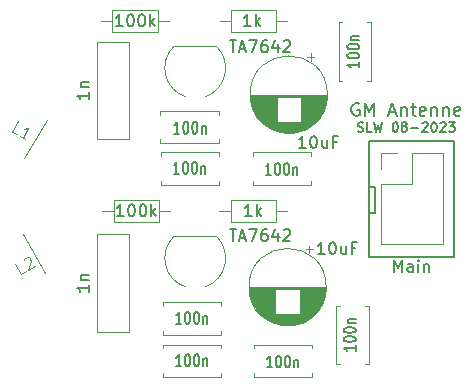
<source format=gbr>
%TF.GenerationSoftware,KiCad,Pcbnew,8.0.1*%
%TF.CreationDate,2024-03-20T08:47:04+01:00*%
%TF.ProjectId,GewitterMonitorAntenne,47657769-7474-4657-924d-6f6e69746f72,rev?*%
%TF.SameCoordinates,Original*%
%TF.FileFunction,Legend,Top*%
%TF.FilePolarity,Positive*%
%FSLAX46Y46*%
G04 Gerber Fmt 4.6, Leading zero omitted, Abs format (unit mm)*
G04 Created by KiCad (PCBNEW 8.0.1) date 2024-03-20 08:47:04*
%MOMM*%
%LPD*%
G01*
G04 APERTURE LIST*
%ADD10C,0.150000*%
%ADD11C,0.100000*%
%ADD12C,0.120000*%
G04 APERTURE END LIST*
D10*
X169800000Y-74900000D02*
X177000000Y-74900000D01*
X177000000Y-84700000D01*
X169800000Y-84700000D01*
X169800000Y-74900000D01*
X169800000Y-78800000D02*
X170300000Y-78800000D01*
X170300000Y-81000000D01*
X169800000Y-81000000D01*
X169800000Y-78800000D01*
X168851064Y-74056200D02*
X168965350Y-74094295D01*
X168965350Y-74094295D02*
X169155826Y-74094295D01*
X169155826Y-74094295D02*
X169232017Y-74056200D01*
X169232017Y-74056200D02*
X169270112Y-74018104D01*
X169270112Y-74018104D02*
X169308207Y-73941914D01*
X169308207Y-73941914D02*
X169308207Y-73865723D01*
X169308207Y-73865723D02*
X169270112Y-73789533D01*
X169270112Y-73789533D02*
X169232017Y-73751438D01*
X169232017Y-73751438D02*
X169155826Y-73713342D01*
X169155826Y-73713342D02*
X169003445Y-73675247D01*
X169003445Y-73675247D02*
X168927255Y-73637152D01*
X168927255Y-73637152D02*
X168889160Y-73599057D01*
X168889160Y-73599057D02*
X168851064Y-73522866D01*
X168851064Y-73522866D02*
X168851064Y-73446676D01*
X168851064Y-73446676D02*
X168889160Y-73370485D01*
X168889160Y-73370485D02*
X168927255Y-73332390D01*
X168927255Y-73332390D02*
X169003445Y-73294295D01*
X169003445Y-73294295D02*
X169193922Y-73294295D01*
X169193922Y-73294295D02*
X169308207Y-73332390D01*
X170032017Y-74094295D02*
X169651065Y-74094295D01*
X169651065Y-74094295D02*
X169651065Y-73294295D01*
X170222493Y-73294295D02*
X170412969Y-74094295D01*
X170412969Y-74094295D02*
X170565350Y-73522866D01*
X170565350Y-73522866D02*
X170717731Y-74094295D01*
X170717731Y-74094295D02*
X170908208Y-73294295D01*
X171974875Y-73294295D02*
X172051065Y-73294295D01*
X172051065Y-73294295D02*
X172127256Y-73332390D01*
X172127256Y-73332390D02*
X172165351Y-73370485D01*
X172165351Y-73370485D02*
X172203446Y-73446676D01*
X172203446Y-73446676D02*
X172241541Y-73599057D01*
X172241541Y-73599057D02*
X172241541Y-73789533D01*
X172241541Y-73789533D02*
X172203446Y-73941914D01*
X172203446Y-73941914D02*
X172165351Y-74018104D01*
X172165351Y-74018104D02*
X172127256Y-74056200D01*
X172127256Y-74056200D02*
X172051065Y-74094295D01*
X172051065Y-74094295D02*
X171974875Y-74094295D01*
X171974875Y-74094295D02*
X171898684Y-74056200D01*
X171898684Y-74056200D02*
X171860589Y-74018104D01*
X171860589Y-74018104D02*
X171822494Y-73941914D01*
X171822494Y-73941914D02*
X171784398Y-73789533D01*
X171784398Y-73789533D02*
X171784398Y-73599057D01*
X171784398Y-73599057D02*
X171822494Y-73446676D01*
X171822494Y-73446676D02*
X171860589Y-73370485D01*
X171860589Y-73370485D02*
X171898684Y-73332390D01*
X171898684Y-73332390D02*
X171974875Y-73294295D01*
X172698684Y-73637152D02*
X172622494Y-73599057D01*
X172622494Y-73599057D02*
X172584399Y-73560961D01*
X172584399Y-73560961D02*
X172546303Y-73484771D01*
X172546303Y-73484771D02*
X172546303Y-73446676D01*
X172546303Y-73446676D02*
X172584399Y-73370485D01*
X172584399Y-73370485D02*
X172622494Y-73332390D01*
X172622494Y-73332390D02*
X172698684Y-73294295D01*
X172698684Y-73294295D02*
X172851065Y-73294295D01*
X172851065Y-73294295D02*
X172927256Y-73332390D01*
X172927256Y-73332390D02*
X172965351Y-73370485D01*
X172965351Y-73370485D02*
X173003446Y-73446676D01*
X173003446Y-73446676D02*
X173003446Y-73484771D01*
X173003446Y-73484771D02*
X172965351Y-73560961D01*
X172965351Y-73560961D02*
X172927256Y-73599057D01*
X172927256Y-73599057D02*
X172851065Y-73637152D01*
X172851065Y-73637152D02*
X172698684Y-73637152D01*
X172698684Y-73637152D02*
X172622494Y-73675247D01*
X172622494Y-73675247D02*
X172584399Y-73713342D01*
X172584399Y-73713342D02*
X172546303Y-73789533D01*
X172546303Y-73789533D02*
X172546303Y-73941914D01*
X172546303Y-73941914D02*
X172584399Y-74018104D01*
X172584399Y-74018104D02*
X172622494Y-74056200D01*
X172622494Y-74056200D02*
X172698684Y-74094295D01*
X172698684Y-74094295D02*
X172851065Y-74094295D01*
X172851065Y-74094295D02*
X172927256Y-74056200D01*
X172927256Y-74056200D02*
X172965351Y-74018104D01*
X172965351Y-74018104D02*
X173003446Y-73941914D01*
X173003446Y-73941914D02*
X173003446Y-73789533D01*
X173003446Y-73789533D02*
X172965351Y-73713342D01*
X172965351Y-73713342D02*
X172927256Y-73675247D01*
X172927256Y-73675247D02*
X172851065Y-73637152D01*
X173346304Y-73789533D02*
X173955828Y-73789533D01*
X174298684Y-73370485D02*
X174336780Y-73332390D01*
X174336780Y-73332390D02*
X174412970Y-73294295D01*
X174412970Y-73294295D02*
X174603446Y-73294295D01*
X174603446Y-73294295D02*
X174679637Y-73332390D01*
X174679637Y-73332390D02*
X174717732Y-73370485D01*
X174717732Y-73370485D02*
X174755827Y-73446676D01*
X174755827Y-73446676D02*
X174755827Y-73522866D01*
X174755827Y-73522866D02*
X174717732Y-73637152D01*
X174717732Y-73637152D02*
X174260589Y-74094295D01*
X174260589Y-74094295D02*
X174755827Y-74094295D01*
X175251066Y-73294295D02*
X175327256Y-73294295D01*
X175327256Y-73294295D02*
X175403447Y-73332390D01*
X175403447Y-73332390D02*
X175441542Y-73370485D01*
X175441542Y-73370485D02*
X175479637Y-73446676D01*
X175479637Y-73446676D02*
X175517732Y-73599057D01*
X175517732Y-73599057D02*
X175517732Y-73789533D01*
X175517732Y-73789533D02*
X175479637Y-73941914D01*
X175479637Y-73941914D02*
X175441542Y-74018104D01*
X175441542Y-74018104D02*
X175403447Y-74056200D01*
X175403447Y-74056200D02*
X175327256Y-74094295D01*
X175327256Y-74094295D02*
X175251066Y-74094295D01*
X175251066Y-74094295D02*
X175174875Y-74056200D01*
X175174875Y-74056200D02*
X175136780Y-74018104D01*
X175136780Y-74018104D02*
X175098685Y-73941914D01*
X175098685Y-73941914D02*
X175060589Y-73789533D01*
X175060589Y-73789533D02*
X175060589Y-73599057D01*
X175060589Y-73599057D02*
X175098685Y-73446676D01*
X175098685Y-73446676D02*
X175136780Y-73370485D01*
X175136780Y-73370485D02*
X175174875Y-73332390D01*
X175174875Y-73332390D02*
X175251066Y-73294295D01*
X175822494Y-73370485D02*
X175860590Y-73332390D01*
X175860590Y-73332390D02*
X175936780Y-73294295D01*
X175936780Y-73294295D02*
X176127256Y-73294295D01*
X176127256Y-73294295D02*
X176203447Y-73332390D01*
X176203447Y-73332390D02*
X176241542Y-73370485D01*
X176241542Y-73370485D02*
X176279637Y-73446676D01*
X176279637Y-73446676D02*
X176279637Y-73522866D01*
X176279637Y-73522866D02*
X176241542Y-73637152D01*
X176241542Y-73637152D02*
X175784399Y-74094295D01*
X175784399Y-74094295D02*
X176279637Y-74094295D01*
X176546304Y-73294295D02*
X177041542Y-73294295D01*
X177041542Y-73294295D02*
X176774876Y-73599057D01*
X176774876Y-73599057D02*
X176889161Y-73599057D01*
X176889161Y-73599057D02*
X176965352Y-73637152D01*
X176965352Y-73637152D02*
X177003447Y-73675247D01*
X177003447Y-73675247D02*
X177041542Y-73751438D01*
X177041542Y-73751438D02*
X177041542Y-73941914D01*
X177041542Y-73941914D02*
X177003447Y-74018104D01*
X177003447Y-74018104D02*
X176965352Y-74056200D01*
X176965352Y-74056200D02*
X176889161Y-74094295D01*
X176889161Y-74094295D02*
X176660590Y-74094295D01*
X176660590Y-74094295D02*
X176584399Y-74056200D01*
X176584399Y-74056200D02*
X176546304Y-74018104D01*
X168936779Y-71709961D02*
X168832017Y-71657580D01*
X168832017Y-71657580D02*
X168674874Y-71657580D01*
X168674874Y-71657580D02*
X168517731Y-71709961D01*
X168517731Y-71709961D02*
X168412969Y-71814723D01*
X168412969Y-71814723D02*
X168360588Y-71919485D01*
X168360588Y-71919485D02*
X168308207Y-72129009D01*
X168308207Y-72129009D02*
X168308207Y-72286152D01*
X168308207Y-72286152D02*
X168360588Y-72495676D01*
X168360588Y-72495676D02*
X168412969Y-72600438D01*
X168412969Y-72600438D02*
X168517731Y-72705200D01*
X168517731Y-72705200D02*
X168674874Y-72757580D01*
X168674874Y-72757580D02*
X168779636Y-72757580D01*
X168779636Y-72757580D02*
X168936779Y-72705200D01*
X168936779Y-72705200D02*
X168989160Y-72652819D01*
X168989160Y-72652819D02*
X168989160Y-72286152D01*
X168989160Y-72286152D02*
X168779636Y-72286152D01*
X169460588Y-72757580D02*
X169460588Y-71657580D01*
X169460588Y-71657580D02*
X169827255Y-72443295D01*
X169827255Y-72443295D02*
X170193922Y-71657580D01*
X170193922Y-71657580D02*
X170193922Y-72757580D01*
X171503445Y-72443295D02*
X172027255Y-72443295D01*
X171398683Y-72757580D02*
X171765350Y-71657580D01*
X171765350Y-71657580D02*
X172132017Y-72757580D01*
X172498683Y-72024247D02*
X172498683Y-72757580D01*
X172498683Y-72129009D02*
X172551064Y-72076628D01*
X172551064Y-72076628D02*
X172655826Y-72024247D01*
X172655826Y-72024247D02*
X172812969Y-72024247D01*
X172812969Y-72024247D02*
X172917731Y-72076628D01*
X172917731Y-72076628D02*
X172970112Y-72181390D01*
X172970112Y-72181390D02*
X172970112Y-72757580D01*
X173336778Y-72024247D02*
X173755826Y-72024247D01*
X173493921Y-71657580D02*
X173493921Y-72600438D01*
X173493921Y-72600438D02*
X173546302Y-72705200D01*
X173546302Y-72705200D02*
X173651064Y-72757580D01*
X173651064Y-72757580D02*
X173755826Y-72757580D01*
X174541540Y-72705200D02*
X174436778Y-72757580D01*
X174436778Y-72757580D02*
X174227254Y-72757580D01*
X174227254Y-72757580D02*
X174122492Y-72705200D01*
X174122492Y-72705200D02*
X174070111Y-72600438D01*
X174070111Y-72600438D02*
X174070111Y-72181390D01*
X174070111Y-72181390D02*
X174122492Y-72076628D01*
X174122492Y-72076628D02*
X174227254Y-72024247D01*
X174227254Y-72024247D02*
X174436778Y-72024247D01*
X174436778Y-72024247D02*
X174541540Y-72076628D01*
X174541540Y-72076628D02*
X174593921Y-72181390D01*
X174593921Y-72181390D02*
X174593921Y-72286152D01*
X174593921Y-72286152D02*
X174070111Y-72390914D01*
X175065349Y-72024247D02*
X175065349Y-72757580D01*
X175065349Y-72129009D02*
X175117730Y-72076628D01*
X175117730Y-72076628D02*
X175222492Y-72024247D01*
X175222492Y-72024247D02*
X175379635Y-72024247D01*
X175379635Y-72024247D02*
X175484397Y-72076628D01*
X175484397Y-72076628D02*
X175536778Y-72181390D01*
X175536778Y-72181390D02*
X175536778Y-72757580D01*
X176060587Y-72024247D02*
X176060587Y-72757580D01*
X176060587Y-72129009D02*
X176112968Y-72076628D01*
X176112968Y-72076628D02*
X176217730Y-72024247D01*
X176217730Y-72024247D02*
X176374873Y-72024247D01*
X176374873Y-72024247D02*
X176479635Y-72076628D01*
X176479635Y-72076628D02*
X176532016Y-72181390D01*
X176532016Y-72181390D02*
X176532016Y-72757580D01*
X177474873Y-72705200D02*
X177370111Y-72757580D01*
X177370111Y-72757580D02*
X177160587Y-72757580D01*
X177160587Y-72757580D02*
X177055825Y-72705200D01*
X177055825Y-72705200D02*
X177003444Y-72600438D01*
X177003444Y-72600438D02*
X177003444Y-72181390D01*
X177003444Y-72181390D02*
X177055825Y-72076628D01*
X177055825Y-72076628D02*
X177160587Y-72024247D01*
X177160587Y-72024247D02*
X177370111Y-72024247D01*
X177370111Y-72024247D02*
X177474873Y-72076628D01*
X177474873Y-72076628D02*
X177527254Y-72181390D01*
X177527254Y-72181390D02*
X177527254Y-72286152D01*
X177527254Y-72286152D02*
X177003444Y-72390914D01*
X146054819Y-87066666D02*
X146054819Y-87638094D01*
X146054819Y-87352380D02*
X145054819Y-87352380D01*
X145054819Y-87352380D02*
X145197676Y-87447618D01*
X145197676Y-87447618D02*
X145292914Y-87542856D01*
X145292914Y-87542856D02*
X145340533Y-87638094D01*
X145388152Y-86638094D02*
X146054819Y-86638094D01*
X145483390Y-86638094D02*
X145435771Y-86590475D01*
X145435771Y-86590475D02*
X145388152Y-86495237D01*
X145388152Y-86495237D02*
X145388152Y-86352380D01*
X145388152Y-86352380D02*
X145435771Y-86257142D01*
X145435771Y-86257142D02*
X145531009Y-86209523D01*
X145531009Y-86209523D02*
X146054819Y-86209523D01*
X146054819Y-70766666D02*
X146054819Y-71338094D01*
X146054819Y-71052380D02*
X145054819Y-71052380D01*
X145054819Y-71052380D02*
X145197676Y-71147618D01*
X145197676Y-71147618D02*
X145292914Y-71242856D01*
X145292914Y-71242856D02*
X145340533Y-71338094D01*
X145388152Y-70338094D02*
X146054819Y-70338094D01*
X145483390Y-70338094D02*
X145435771Y-70290475D01*
X145435771Y-70290475D02*
X145388152Y-70195237D01*
X145388152Y-70195237D02*
X145388152Y-70052380D01*
X145388152Y-70052380D02*
X145435771Y-69957142D01*
X145435771Y-69957142D02*
X145531009Y-69909523D01*
X145531009Y-69909523D02*
X146054819Y-69909523D01*
X159870952Y-81254819D02*
X159299524Y-81254819D01*
X159585238Y-81254819D02*
X159585238Y-80254819D01*
X159585238Y-80254819D02*
X159490000Y-80397676D01*
X159490000Y-80397676D02*
X159394762Y-80492914D01*
X159394762Y-80492914D02*
X159299524Y-80540533D01*
X160299524Y-81254819D02*
X160299524Y-80254819D01*
X160394762Y-80873866D02*
X160680476Y-81254819D01*
X160680476Y-80588152D02*
X160299524Y-80969104D01*
X164428571Y-75454819D02*
X163857143Y-75454819D01*
X164142857Y-75454819D02*
X164142857Y-74454819D01*
X164142857Y-74454819D02*
X164047619Y-74597676D01*
X164047619Y-74597676D02*
X163952381Y-74692914D01*
X163952381Y-74692914D02*
X163857143Y-74740533D01*
X165047619Y-74454819D02*
X165142857Y-74454819D01*
X165142857Y-74454819D02*
X165238095Y-74502438D01*
X165238095Y-74502438D02*
X165285714Y-74550057D01*
X165285714Y-74550057D02*
X165333333Y-74645295D01*
X165333333Y-74645295D02*
X165380952Y-74835771D01*
X165380952Y-74835771D02*
X165380952Y-75073866D01*
X165380952Y-75073866D02*
X165333333Y-75264342D01*
X165333333Y-75264342D02*
X165285714Y-75359580D01*
X165285714Y-75359580D02*
X165238095Y-75407200D01*
X165238095Y-75407200D02*
X165142857Y-75454819D01*
X165142857Y-75454819D02*
X165047619Y-75454819D01*
X165047619Y-75454819D02*
X164952381Y-75407200D01*
X164952381Y-75407200D02*
X164904762Y-75359580D01*
X164904762Y-75359580D02*
X164857143Y-75264342D01*
X164857143Y-75264342D02*
X164809524Y-75073866D01*
X164809524Y-75073866D02*
X164809524Y-74835771D01*
X164809524Y-74835771D02*
X164857143Y-74645295D01*
X164857143Y-74645295D02*
X164904762Y-74550057D01*
X164904762Y-74550057D02*
X164952381Y-74502438D01*
X164952381Y-74502438D02*
X165047619Y-74454819D01*
X166238095Y-74788152D02*
X166238095Y-75454819D01*
X165809524Y-74788152D02*
X165809524Y-75311961D01*
X165809524Y-75311961D02*
X165857143Y-75407200D01*
X165857143Y-75407200D02*
X165952381Y-75454819D01*
X165952381Y-75454819D02*
X166095238Y-75454819D01*
X166095238Y-75454819D02*
X166190476Y-75407200D01*
X166190476Y-75407200D02*
X166238095Y-75359580D01*
X167047619Y-74931009D02*
X166714286Y-74931009D01*
X166714286Y-75454819D02*
X166714286Y-74454819D01*
X166714286Y-74454819D02*
X167190476Y-74454819D01*
X159780952Y-65154819D02*
X159209524Y-65154819D01*
X159495238Y-65154819D02*
X159495238Y-64154819D01*
X159495238Y-64154819D02*
X159400000Y-64297676D01*
X159400000Y-64297676D02*
X159304762Y-64392914D01*
X159304762Y-64392914D02*
X159209524Y-64440533D01*
X160209524Y-65154819D02*
X160209524Y-64154819D01*
X160304762Y-64773866D02*
X160590476Y-65154819D01*
X160590476Y-64488152D02*
X160209524Y-64869104D01*
D11*
X140745142Y-85925879D02*
X140332749Y-86163974D01*
X140332749Y-86163974D02*
X139832749Y-85297949D01*
X140540197Y-84999475D02*
X140557627Y-84934426D01*
X140557627Y-84934426D02*
X140616296Y-84845568D01*
X140616296Y-84845568D02*
X140822492Y-84726520D01*
X140822492Y-84726520D02*
X140928780Y-84720141D01*
X140928780Y-84720141D02*
X140993829Y-84737570D01*
X140993829Y-84737570D02*
X141082688Y-84796239D01*
X141082688Y-84796239D02*
X141130307Y-84878718D01*
X141130307Y-84878718D02*
X141160496Y-85026245D01*
X141160496Y-85026245D02*
X140951338Y-85806831D01*
X140951338Y-85806831D02*
X141487449Y-85497308D01*
D10*
X168954819Y-68195238D02*
X168954819Y-68652381D01*
X168954819Y-68423809D02*
X167954819Y-68423809D01*
X167954819Y-68423809D02*
X168097676Y-68500000D01*
X168097676Y-68500000D02*
X168192914Y-68576190D01*
X168192914Y-68576190D02*
X168240533Y-68652381D01*
X167954819Y-67699999D02*
X167954819Y-67623809D01*
X167954819Y-67623809D02*
X168002438Y-67547618D01*
X168002438Y-67547618D02*
X168050057Y-67509523D01*
X168050057Y-67509523D02*
X168145295Y-67471428D01*
X168145295Y-67471428D02*
X168335771Y-67433333D01*
X168335771Y-67433333D02*
X168573866Y-67433333D01*
X168573866Y-67433333D02*
X168764342Y-67471428D01*
X168764342Y-67471428D02*
X168859580Y-67509523D01*
X168859580Y-67509523D02*
X168907200Y-67547618D01*
X168907200Y-67547618D02*
X168954819Y-67623809D01*
X168954819Y-67623809D02*
X168954819Y-67699999D01*
X168954819Y-67699999D02*
X168907200Y-67776190D01*
X168907200Y-67776190D02*
X168859580Y-67814285D01*
X168859580Y-67814285D02*
X168764342Y-67852380D01*
X168764342Y-67852380D02*
X168573866Y-67890476D01*
X168573866Y-67890476D02*
X168335771Y-67890476D01*
X168335771Y-67890476D02*
X168145295Y-67852380D01*
X168145295Y-67852380D02*
X168050057Y-67814285D01*
X168050057Y-67814285D02*
X168002438Y-67776190D01*
X168002438Y-67776190D02*
X167954819Y-67699999D01*
X167954819Y-66938094D02*
X167954819Y-66861904D01*
X167954819Y-66861904D02*
X168002438Y-66785713D01*
X168002438Y-66785713D02*
X168050057Y-66747618D01*
X168050057Y-66747618D02*
X168145295Y-66709523D01*
X168145295Y-66709523D02*
X168335771Y-66671428D01*
X168335771Y-66671428D02*
X168573866Y-66671428D01*
X168573866Y-66671428D02*
X168764342Y-66709523D01*
X168764342Y-66709523D02*
X168859580Y-66747618D01*
X168859580Y-66747618D02*
X168907200Y-66785713D01*
X168907200Y-66785713D02*
X168954819Y-66861904D01*
X168954819Y-66861904D02*
X168954819Y-66938094D01*
X168954819Y-66938094D02*
X168907200Y-67014285D01*
X168907200Y-67014285D02*
X168859580Y-67052380D01*
X168859580Y-67052380D02*
X168764342Y-67090475D01*
X168764342Y-67090475D02*
X168573866Y-67128571D01*
X168573866Y-67128571D02*
X168335771Y-67128571D01*
X168335771Y-67128571D02*
X168145295Y-67090475D01*
X168145295Y-67090475D02*
X168050057Y-67052380D01*
X168050057Y-67052380D02*
X168002438Y-67014285D01*
X168002438Y-67014285D02*
X167954819Y-66938094D01*
X168288152Y-66328570D02*
X168954819Y-66328570D01*
X168383390Y-66328570D02*
X168335771Y-66290475D01*
X168335771Y-66290475D02*
X168288152Y-66214285D01*
X168288152Y-66214285D02*
X168288152Y-66099999D01*
X168288152Y-66099999D02*
X168335771Y-66023808D01*
X168335771Y-66023808D02*
X168431009Y-65985713D01*
X168431009Y-65985713D02*
X168954819Y-65985713D01*
X149028571Y-81254819D02*
X148457143Y-81254819D01*
X148742857Y-81254819D02*
X148742857Y-80254819D01*
X148742857Y-80254819D02*
X148647619Y-80397676D01*
X148647619Y-80397676D02*
X148552381Y-80492914D01*
X148552381Y-80492914D02*
X148457143Y-80540533D01*
X149647619Y-80254819D02*
X149742857Y-80254819D01*
X149742857Y-80254819D02*
X149838095Y-80302438D01*
X149838095Y-80302438D02*
X149885714Y-80350057D01*
X149885714Y-80350057D02*
X149933333Y-80445295D01*
X149933333Y-80445295D02*
X149980952Y-80635771D01*
X149980952Y-80635771D02*
X149980952Y-80873866D01*
X149980952Y-80873866D02*
X149933333Y-81064342D01*
X149933333Y-81064342D02*
X149885714Y-81159580D01*
X149885714Y-81159580D02*
X149838095Y-81207200D01*
X149838095Y-81207200D02*
X149742857Y-81254819D01*
X149742857Y-81254819D02*
X149647619Y-81254819D01*
X149647619Y-81254819D02*
X149552381Y-81207200D01*
X149552381Y-81207200D02*
X149504762Y-81159580D01*
X149504762Y-81159580D02*
X149457143Y-81064342D01*
X149457143Y-81064342D02*
X149409524Y-80873866D01*
X149409524Y-80873866D02*
X149409524Y-80635771D01*
X149409524Y-80635771D02*
X149457143Y-80445295D01*
X149457143Y-80445295D02*
X149504762Y-80350057D01*
X149504762Y-80350057D02*
X149552381Y-80302438D01*
X149552381Y-80302438D02*
X149647619Y-80254819D01*
X150600000Y-80254819D02*
X150695238Y-80254819D01*
X150695238Y-80254819D02*
X150790476Y-80302438D01*
X150790476Y-80302438D02*
X150838095Y-80350057D01*
X150838095Y-80350057D02*
X150885714Y-80445295D01*
X150885714Y-80445295D02*
X150933333Y-80635771D01*
X150933333Y-80635771D02*
X150933333Y-80873866D01*
X150933333Y-80873866D02*
X150885714Y-81064342D01*
X150885714Y-81064342D02*
X150838095Y-81159580D01*
X150838095Y-81159580D02*
X150790476Y-81207200D01*
X150790476Y-81207200D02*
X150695238Y-81254819D01*
X150695238Y-81254819D02*
X150600000Y-81254819D01*
X150600000Y-81254819D02*
X150504762Y-81207200D01*
X150504762Y-81207200D02*
X150457143Y-81159580D01*
X150457143Y-81159580D02*
X150409524Y-81064342D01*
X150409524Y-81064342D02*
X150361905Y-80873866D01*
X150361905Y-80873866D02*
X150361905Y-80635771D01*
X150361905Y-80635771D02*
X150409524Y-80445295D01*
X150409524Y-80445295D02*
X150457143Y-80350057D01*
X150457143Y-80350057D02*
X150504762Y-80302438D01*
X150504762Y-80302438D02*
X150600000Y-80254819D01*
X151361905Y-81254819D02*
X151361905Y-80254819D01*
X151457143Y-80873866D02*
X151742857Y-81254819D01*
X151742857Y-80588152D02*
X151361905Y-80969104D01*
X148928571Y-65154819D02*
X148357143Y-65154819D01*
X148642857Y-65154819D02*
X148642857Y-64154819D01*
X148642857Y-64154819D02*
X148547619Y-64297676D01*
X148547619Y-64297676D02*
X148452381Y-64392914D01*
X148452381Y-64392914D02*
X148357143Y-64440533D01*
X149547619Y-64154819D02*
X149642857Y-64154819D01*
X149642857Y-64154819D02*
X149738095Y-64202438D01*
X149738095Y-64202438D02*
X149785714Y-64250057D01*
X149785714Y-64250057D02*
X149833333Y-64345295D01*
X149833333Y-64345295D02*
X149880952Y-64535771D01*
X149880952Y-64535771D02*
X149880952Y-64773866D01*
X149880952Y-64773866D02*
X149833333Y-64964342D01*
X149833333Y-64964342D02*
X149785714Y-65059580D01*
X149785714Y-65059580D02*
X149738095Y-65107200D01*
X149738095Y-65107200D02*
X149642857Y-65154819D01*
X149642857Y-65154819D02*
X149547619Y-65154819D01*
X149547619Y-65154819D02*
X149452381Y-65107200D01*
X149452381Y-65107200D02*
X149404762Y-65059580D01*
X149404762Y-65059580D02*
X149357143Y-64964342D01*
X149357143Y-64964342D02*
X149309524Y-64773866D01*
X149309524Y-64773866D02*
X149309524Y-64535771D01*
X149309524Y-64535771D02*
X149357143Y-64345295D01*
X149357143Y-64345295D02*
X149404762Y-64250057D01*
X149404762Y-64250057D02*
X149452381Y-64202438D01*
X149452381Y-64202438D02*
X149547619Y-64154819D01*
X150500000Y-64154819D02*
X150595238Y-64154819D01*
X150595238Y-64154819D02*
X150690476Y-64202438D01*
X150690476Y-64202438D02*
X150738095Y-64250057D01*
X150738095Y-64250057D02*
X150785714Y-64345295D01*
X150785714Y-64345295D02*
X150833333Y-64535771D01*
X150833333Y-64535771D02*
X150833333Y-64773866D01*
X150833333Y-64773866D02*
X150785714Y-64964342D01*
X150785714Y-64964342D02*
X150738095Y-65059580D01*
X150738095Y-65059580D02*
X150690476Y-65107200D01*
X150690476Y-65107200D02*
X150595238Y-65154819D01*
X150595238Y-65154819D02*
X150500000Y-65154819D01*
X150500000Y-65154819D02*
X150404762Y-65107200D01*
X150404762Y-65107200D02*
X150357143Y-65059580D01*
X150357143Y-65059580D02*
X150309524Y-64964342D01*
X150309524Y-64964342D02*
X150261905Y-64773866D01*
X150261905Y-64773866D02*
X150261905Y-64535771D01*
X150261905Y-64535771D02*
X150309524Y-64345295D01*
X150309524Y-64345295D02*
X150357143Y-64250057D01*
X150357143Y-64250057D02*
X150404762Y-64202438D01*
X150404762Y-64202438D02*
X150500000Y-64154819D01*
X151261905Y-65154819D02*
X151261905Y-64154819D01*
X151357143Y-64773866D02*
X151642857Y-65154819D01*
X151642857Y-64488152D02*
X151261905Y-64869104D01*
X157980952Y-66354819D02*
X158552380Y-66354819D01*
X158266666Y-67354819D02*
X158266666Y-66354819D01*
X158838095Y-67069104D02*
X159314285Y-67069104D01*
X158742857Y-67354819D02*
X159076190Y-66354819D01*
X159076190Y-66354819D02*
X159409523Y-67354819D01*
X159647619Y-66354819D02*
X160314285Y-66354819D01*
X160314285Y-66354819D02*
X159885714Y-67354819D01*
X161123809Y-66354819D02*
X160933333Y-66354819D01*
X160933333Y-66354819D02*
X160838095Y-66402438D01*
X160838095Y-66402438D02*
X160790476Y-66450057D01*
X160790476Y-66450057D02*
X160695238Y-66592914D01*
X160695238Y-66592914D02*
X160647619Y-66783390D01*
X160647619Y-66783390D02*
X160647619Y-67164342D01*
X160647619Y-67164342D02*
X160695238Y-67259580D01*
X160695238Y-67259580D02*
X160742857Y-67307200D01*
X160742857Y-67307200D02*
X160838095Y-67354819D01*
X160838095Y-67354819D02*
X161028571Y-67354819D01*
X161028571Y-67354819D02*
X161123809Y-67307200D01*
X161123809Y-67307200D02*
X161171428Y-67259580D01*
X161171428Y-67259580D02*
X161219047Y-67164342D01*
X161219047Y-67164342D02*
X161219047Y-66926247D01*
X161219047Y-66926247D02*
X161171428Y-66831009D01*
X161171428Y-66831009D02*
X161123809Y-66783390D01*
X161123809Y-66783390D02*
X161028571Y-66735771D01*
X161028571Y-66735771D02*
X160838095Y-66735771D01*
X160838095Y-66735771D02*
X160742857Y-66783390D01*
X160742857Y-66783390D02*
X160695238Y-66831009D01*
X160695238Y-66831009D02*
X160647619Y-66926247D01*
X162076190Y-66688152D02*
X162076190Y-67354819D01*
X161838095Y-66307200D02*
X161600000Y-67021485D01*
X161600000Y-67021485D02*
X162219047Y-67021485D01*
X162552381Y-66450057D02*
X162600000Y-66402438D01*
X162600000Y-66402438D02*
X162695238Y-66354819D01*
X162695238Y-66354819D02*
X162933333Y-66354819D01*
X162933333Y-66354819D02*
X163028571Y-66402438D01*
X163028571Y-66402438D02*
X163076190Y-66450057D01*
X163076190Y-66450057D02*
X163123809Y-66545295D01*
X163123809Y-66545295D02*
X163123809Y-66640533D01*
X163123809Y-66640533D02*
X163076190Y-66783390D01*
X163076190Y-66783390D02*
X162504762Y-67354819D01*
X162504762Y-67354819D02*
X163123809Y-67354819D01*
D11*
X139964517Y-74326200D02*
X139552124Y-74088105D01*
X139552124Y-74088105D02*
X140052124Y-73222079D01*
X140706824Y-74754771D02*
X140211953Y-74469057D01*
X140459389Y-74611914D02*
X140959389Y-73745889D01*
X140959389Y-73745889D02*
X140805481Y-73821988D01*
X140805481Y-73821988D02*
X140675384Y-73856847D01*
X140675384Y-73856847D02*
X140569096Y-73850468D01*
D10*
X153704761Y-77654819D02*
X153247618Y-77654819D01*
X153476190Y-77654819D02*
X153476190Y-76654819D01*
X153476190Y-76654819D02*
X153399999Y-76797676D01*
X153399999Y-76797676D02*
X153323809Y-76892914D01*
X153323809Y-76892914D02*
X153247618Y-76940533D01*
X154200000Y-76654819D02*
X154276190Y-76654819D01*
X154276190Y-76654819D02*
X154352381Y-76702438D01*
X154352381Y-76702438D02*
X154390476Y-76750057D01*
X154390476Y-76750057D02*
X154428571Y-76845295D01*
X154428571Y-76845295D02*
X154466666Y-77035771D01*
X154466666Y-77035771D02*
X154466666Y-77273866D01*
X154466666Y-77273866D02*
X154428571Y-77464342D01*
X154428571Y-77464342D02*
X154390476Y-77559580D01*
X154390476Y-77559580D02*
X154352381Y-77607200D01*
X154352381Y-77607200D02*
X154276190Y-77654819D01*
X154276190Y-77654819D02*
X154200000Y-77654819D01*
X154200000Y-77654819D02*
X154123809Y-77607200D01*
X154123809Y-77607200D02*
X154085714Y-77559580D01*
X154085714Y-77559580D02*
X154047619Y-77464342D01*
X154047619Y-77464342D02*
X154009523Y-77273866D01*
X154009523Y-77273866D02*
X154009523Y-77035771D01*
X154009523Y-77035771D02*
X154047619Y-76845295D01*
X154047619Y-76845295D02*
X154085714Y-76750057D01*
X154085714Y-76750057D02*
X154123809Y-76702438D01*
X154123809Y-76702438D02*
X154200000Y-76654819D01*
X154961905Y-76654819D02*
X155038095Y-76654819D01*
X155038095Y-76654819D02*
X155114286Y-76702438D01*
X155114286Y-76702438D02*
X155152381Y-76750057D01*
X155152381Y-76750057D02*
X155190476Y-76845295D01*
X155190476Y-76845295D02*
X155228571Y-77035771D01*
X155228571Y-77035771D02*
X155228571Y-77273866D01*
X155228571Y-77273866D02*
X155190476Y-77464342D01*
X155190476Y-77464342D02*
X155152381Y-77559580D01*
X155152381Y-77559580D02*
X155114286Y-77607200D01*
X155114286Y-77607200D02*
X155038095Y-77654819D01*
X155038095Y-77654819D02*
X154961905Y-77654819D01*
X154961905Y-77654819D02*
X154885714Y-77607200D01*
X154885714Y-77607200D02*
X154847619Y-77559580D01*
X154847619Y-77559580D02*
X154809524Y-77464342D01*
X154809524Y-77464342D02*
X154771428Y-77273866D01*
X154771428Y-77273866D02*
X154771428Y-77035771D01*
X154771428Y-77035771D02*
X154809524Y-76845295D01*
X154809524Y-76845295D02*
X154847619Y-76750057D01*
X154847619Y-76750057D02*
X154885714Y-76702438D01*
X154885714Y-76702438D02*
X154961905Y-76654819D01*
X155571429Y-76988152D02*
X155571429Y-77654819D01*
X155571429Y-77083390D02*
X155609524Y-77035771D01*
X155609524Y-77035771D02*
X155685714Y-76988152D01*
X155685714Y-76988152D02*
X155800000Y-76988152D01*
X155800000Y-76988152D02*
X155876191Y-77035771D01*
X155876191Y-77035771D02*
X155914286Y-77131009D01*
X155914286Y-77131009D02*
X155914286Y-77654819D01*
X153904761Y-93954819D02*
X153447618Y-93954819D01*
X153676190Y-93954819D02*
X153676190Y-92954819D01*
X153676190Y-92954819D02*
X153599999Y-93097676D01*
X153599999Y-93097676D02*
X153523809Y-93192914D01*
X153523809Y-93192914D02*
X153447618Y-93240533D01*
X154400000Y-92954819D02*
X154476190Y-92954819D01*
X154476190Y-92954819D02*
X154552381Y-93002438D01*
X154552381Y-93002438D02*
X154590476Y-93050057D01*
X154590476Y-93050057D02*
X154628571Y-93145295D01*
X154628571Y-93145295D02*
X154666666Y-93335771D01*
X154666666Y-93335771D02*
X154666666Y-93573866D01*
X154666666Y-93573866D02*
X154628571Y-93764342D01*
X154628571Y-93764342D02*
X154590476Y-93859580D01*
X154590476Y-93859580D02*
X154552381Y-93907200D01*
X154552381Y-93907200D02*
X154476190Y-93954819D01*
X154476190Y-93954819D02*
X154400000Y-93954819D01*
X154400000Y-93954819D02*
X154323809Y-93907200D01*
X154323809Y-93907200D02*
X154285714Y-93859580D01*
X154285714Y-93859580D02*
X154247619Y-93764342D01*
X154247619Y-93764342D02*
X154209523Y-93573866D01*
X154209523Y-93573866D02*
X154209523Y-93335771D01*
X154209523Y-93335771D02*
X154247619Y-93145295D01*
X154247619Y-93145295D02*
X154285714Y-93050057D01*
X154285714Y-93050057D02*
X154323809Y-93002438D01*
X154323809Y-93002438D02*
X154400000Y-92954819D01*
X155161905Y-92954819D02*
X155238095Y-92954819D01*
X155238095Y-92954819D02*
X155314286Y-93002438D01*
X155314286Y-93002438D02*
X155352381Y-93050057D01*
X155352381Y-93050057D02*
X155390476Y-93145295D01*
X155390476Y-93145295D02*
X155428571Y-93335771D01*
X155428571Y-93335771D02*
X155428571Y-93573866D01*
X155428571Y-93573866D02*
X155390476Y-93764342D01*
X155390476Y-93764342D02*
X155352381Y-93859580D01*
X155352381Y-93859580D02*
X155314286Y-93907200D01*
X155314286Y-93907200D02*
X155238095Y-93954819D01*
X155238095Y-93954819D02*
X155161905Y-93954819D01*
X155161905Y-93954819D02*
X155085714Y-93907200D01*
X155085714Y-93907200D02*
X155047619Y-93859580D01*
X155047619Y-93859580D02*
X155009524Y-93764342D01*
X155009524Y-93764342D02*
X154971428Y-93573866D01*
X154971428Y-93573866D02*
X154971428Y-93335771D01*
X154971428Y-93335771D02*
X155009524Y-93145295D01*
X155009524Y-93145295D02*
X155047619Y-93050057D01*
X155047619Y-93050057D02*
X155085714Y-93002438D01*
X155085714Y-93002438D02*
X155161905Y-92954819D01*
X155771429Y-93288152D02*
X155771429Y-93954819D01*
X155771429Y-93383390D02*
X155809524Y-93335771D01*
X155809524Y-93335771D02*
X155885714Y-93288152D01*
X155885714Y-93288152D02*
X156000000Y-93288152D01*
X156000000Y-93288152D02*
X156076191Y-93335771D01*
X156076191Y-93335771D02*
X156114286Y-93431009D01*
X156114286Y-93431009D02*
X156114286Y-93954819D01*
X153904761Y-90354819D02*
X153447618Y-90354819D01*
X153676190Y-90354819D02*
X153676190Y-89354819D01*
X153676190Y-89354819D02*
X153599999Y-89497676D01*
X153599999Y-89497676D02*
X153523809Y-89592914D01*
X153523809Y-89592914D02*
X153447618Y-89640533D01*
X154400000Y-89354819D02*
X154476190Y-89354819D01*
X154476190Y-89354819D02*
X154552381Y-89402438D01*
X154552381Y-89402438D02*
X154590476Y-89450057D01*
X154590476Y-89450057D02*
X154628571Y-89545295D01*
X154628571Y-89545295D02*
X154666666Y-89735771D01*
X154666666Y-89735771D02*
X154666666Y-89973866D01*
X154666666Y-89973866D02*
X154628571Y-90164342D01*
X154628571Y-90164342D02*
X154590476Y-90259580D01*
X154590476Y-90259580D02*
X154552381Y-90307200D01*
X154552381Y-90307200D02*
X154476190Y-90354819D01*
X154476190Y-90354819D02*
X154400000Y-90354819D01*
X154400000Y-90354819D02*
X154323809Y-90307200D01*
X154323809Y-90307200D02*
X154285714Y-90259580D01*
X154285714Y-90259580D02*
X154247619Y-90164342D01*
X154247619Y-90164342D02*
X154209523Y-89973866D01*
X154209523Y-89973866D02*
X154209523Y-89735771D01*
X154209523Y-89735771D02*
X154247619Y-89545295D01*
X154247619Y-89545295D02*
X154285714Y-89450057D01*
X154285714Y-89450057D02*
X154323809Y-89402438D01*
X154323809Y-89402438D02*
X154400000Y-89354819D01*
X155161905Y-89354819D02*
X155238095Y-89354819D01*
X155238095Y-89354819D02*
X155314286Y-89402438D01*
X155314286Y-89402438D02*
X155352381Y-89450057D01*
X155352381Y-89450057D02*
X155390476Y-89545295D01*
X155390476Y-89545295D02*
X155428571Y-89735771D01*
X155428571Y-89735771D02*
X155428571Y-89973866D01*
X155428571Y-89973866D02*
X155390476Y-90164342D01*
X155390476Y-90164342D02*
X155352381Y-90259580D01*
X155352381Y-90259580D02*
X155314286Y-90307200D01*
X155314286Y-90307200D02*
X155238095Y-90354819D01*
X155238095Y-90354819D02*
X155161905Y-90354819D01*
X155161905Y-90354819D02*
X155085714Y-90307200D01*
X155085714Y-90307200D02*
X155047619Y-90259580D01*
X155047619Y-90259580D02*
X155009524Y-90164342D01*
X155009524Y-90164342D02*
X154971428Y-89973866D01*
X154971428Y-89973866D02*
X154971428Y-89735771D01*
X154971428Y-89735771D02*
X155009524Y-89545295D01*
X155009524Y-89545295D02*
X155047619Y-89450057D01*
X155047619Y-89450057D02*
X155085714Y-89402438D01*
X155085714Y-89402438D02*
X155161905Y-89354819D01*
X155771429Y-89688152D02*
X155771429Y-90354819D01*
X155771429Y-89783390D02*
X155809524Y-89735771D01*
X155809524Y-89735771D02*
X155885714Y-89688152D01*
X155885714Y-89688152D02*
X156000000Y-89688152D01*
X156000000Y-89688152D02*
X156076191Y-89735771D01*
X156076191Y-89735771D02*
X156114286Y-89831009D01*
X156114286Y-89831009D02*
X156114286Y-90354819D01*
X166028571Y-84454819D02*
X165457143Y-84454819D01*
X165742857Y-84454819D02*
X165742857Y-83454819D01*
X165742857Y-83454819D02*
X165647619Y-83597676D01*
X165647619Y-83597676D02*
X165552381Y-83692914D01*
X165552381Y-83692914D02*
X165457143Y-83740533D01*
X166647619Y-83454819D02*
X166742857Y-83454819D01*
X166742857Y-83454819D02*
X166838095Y-83502438D01*
X166838095Y-83502438D02*
X166885714Y-83550057D01*
X166885714Y-83550057D02*
X166933333Y-83645295D01*
X166933333Y-83645295D02*
X166980952Y-83835771D01*
X166980952Y-83835771D02*
X166980952Y-84073866D01*
X166980952Y-84073866D02*
X166933333Y-84264342D01*
X166933333Y-84264342D02*
X166885714Y-84359580D01*
X166885714Y-84359580D02*
X166838095Y-84407200D01*
X166838095Y-84407200D02*
X166742857Y-84454819D01*
X166742857Y-84454819D02*
X166647619Y-84454819D01*
X166647619Y-84454819D02*
X166552381Y-84407200D01*
X166552381Y-84407200D02*
X166504762Y-84359580D01*
X166504762Y-84359580D02*
X166457143Y-84264342D01*
X166457143Y-84264342D02*
X166409524Y-84073866D01*
X166409524Y-84073866D02*
X166409524Y-83835771D01*
X166409524Y-83835771D02*
X166457143Y-83645295D01*
X166457143Y-83645295D02*
X166504762Y-83550057D01*
X166504762Y-83550057D02*
X166552381Y-83502438D01*
X166552381Y-83502438D02*
X166647619Y-83454819D01*
X167838095Y-83788152D02*
X167838095Y-84454819D01*
X167409524Y-83788152D02*
X167409524Y-84311961D01*
X167409524Y-84311961D02*
X167457143Y-84407200D01*
X167457143Y-84407200D02*
X167552381Y-84454819D01*
X167552381Y-84454819D02*
X167695238Y-84454819D01*
X167695238Y-84454819D02*
X167790476Y-84407200D01*
X167790476Y-84407200D02*
X167838095Y-84359580D01*
X168647619Y-83931009D02*
X168314286Y-83931009D01*
X168314286Y-84454819D02*
X168314286Y-83454819D01*
X168314286Y-83454819D02*
X168790476Y-83454819D01*
X168654819Y-92195238D02*
X168654819Y-92652381D01*
X168654819Y-92423809D02*
X167654819Y-92423809D01*
X167654819Y-92423809D02*
X167797676Y-92500000D01*
X167797676Y-92500000D02*
X167892914Y-92576190D01*
X167892914Y-92576190D02*
X167940533Y-92652381D01*
X167654819Y-91699999D02*
X167654819Y-91623809D01*
X167654819Y-91623809D02*
X167702438Y-91547618D01*
X167702438Y-91547618D02*
X167750057Y-91509523D01*
X167750057Y-91509523D02*
X167845295Y-91471428D01*
X167845295Y-91471428D02*
X168035771Y-91433333D01*
X168035771Y-91433333D02*
X168273866Y-91433333D01*
X168273866Y-91433333D02*
X168464342Y-91471428D01*
X168464342Y-91471428D02*
X168559580Y-91509523D01*
X168559580Y-91509523D02*
X168607200Y-91547618D01*
X168607200Y-91547618D02*
X168654819Y-91623809D01*
X168654819Y-91623809D02*
X168654819Y-91699999D01*
X168654819Y-91699999D02*
X168607200Y-91776190D01*
X168607200Y-91776190D02*
X168559580Y-91814285D01*
X168559580Y-91814285D02*
X168464342Y-91852380D01*
X168464342Y-91852380D02*
X168273866Y-91890476D01*
X168273866Y-91890476D02*
X168035771Y-91890476D01*
X168035771Y-91890476D02*
X167845295Y-91852380D01*
X167845295Y-91852380D02*
X167750057Y-91814285D01*
X167750057Y-91814285D02*
X167702438Y-91776190D01*
X167702438Y-91776190D02*
X167654819Y-91699999D01*
X167654819Y-90938094D02*
X167654819Y-90861904D01*
X167654819Y-90861904D02*
X167702438Y-90785713D01*
X167702438Y-90785713D02*
X167750057Y-90747618D01*
X167750057Y-90747618D02*
X167845295Y-90709523D01*
X167845295Y-90709523D02*
X168035771Y-90671428D01*
X168035771Y-90671428D02*
X168273866Y-90671428D01*
X168273866Y-90671428D02*
X168464342Y-90709523D01*
X168464342Y-90709523D02*
X168559580Y-90747618D01*
X168559580Y-90747618D02*
X168607200Y-90785713D01*
X168607200Y-90785713D02*
X168654819Y-90861904D01*
X168654819Y-90861904D02*
X168654819Y-90938094D01*
X168654819Y-90938094D02*
X168607200Y-91014285D01*
X168607200Y-91014285D02*
X168559580Y-91052380D01*
X168559580Y-91052380D02*
X168464342Y-91090475D01*
X168464342Y-91090475D02*
X168273866Y-91128571D01*
X168273866Y-91128571D02*
X168035771Y-91128571D01*
X168035771Y-91128571D02*
X167845295Y-91090475D01*
X167845295Y-91090475D02*
X167750057Y-91052380D01*
X167750057Y-91052380D02*
X167702438Y-91014285D01*
X167702438Y-91014285D02*
X167654819Y-90938094D01*
X167988152Y-90328570D02*
X168654819Y-90328570D01*
X168083390Y-90328570D02*
X168035771Y-90290475D01*
X168035771Y-90290475D02*
X167988152Y-90214285D01*
X167988152Y-90214285D02*
X167988152Y-90099999D01*
X167988152Y-90099999D02*
X168035771Y-90023808D01*
X168035771Y-90023808D02*
X168131009Y-89985713D01*
X168131009Y-89985713D02*
X168654819Y-89985713D01*
X171923810Y-85954819D02*
X171923810Y-84954819D01*
X171923810Y-84954819D02*
X172257143Y-85669104D01*
X172257143Y-85669104D02*
X172590476Y-84954819D01*
X172590476Y-84954819D02*
X172590476Y-85954819D01*
X173495238Y-85954819D02*
X173495238Y-85431009D01*
X173495238Y-85431009D02*
X173447619Y-85335771D01*
X173447619Y-85335771D02*
X173352381Y-85288152D01*
X173352381Y-85288152D02*
X173161905Y-85288152D01*
X173161905Y-85288152D02*
X173066667Y-85335771D01*
X173495238Y-85907200D02*
X173400000Y-85954819D01*
X173400000Y-85954819D02*
X173161905Y-85954819D01*
X173161905Y-85954819D02*
X173066667Y-85907200D01*
X173066667Y-85907200D02*
X173019048Y-85811961D01*
X173019048Y-85811961D02*
X173019048Y-85716723D01*
X173019048Y-85716723D02*
X173066667Y-85621485D01*
X173066667Y-85621485D02*
X173161905Y-85573866D01*
X173161905Y-85573866D02*
X173400000Y-85573866D01*
X173400000Y-85573866D02*
X173495238Y-85526247D01*
X173971429Y-85954819D02*
X173971429Y-85288152D01*
X173971429Y-84954819D02*
X173923810Y-85002438D01*
X173923810Y-85002438D02*
X173971429Y-85050057D01*
X173971429Y-85050057D02*
X174019048Y-85002438D01*
X174019048Y-85002438D02*
X173971429Y-84954819D01*
X173971429Y-84954819D02*
X173971429Y-85050057D01*
X174447619Y-85288152D02*
X174447619Y-85954819D01*
X174447619Y-85383390D02*
X174495238Y-85335771D01*
X174495238Y-85335771D02*
X174590476Y-85288152D01*
X174590476Y-85288152D02*
X174733333Y-85288152D01*
X174733333Y-85288152D02*
X174828571Y-85335771D01*
X174828571Y-85335771D02*
X174876190Y-85431009D01*
X174876190Y-85431009D02*
X174876190Y-85954819D01*
X161504761Y-77754819D02*
X161047618Y-77754819D01*
X161276190Y-77754819D02*
X161276190Y-76754819D01*
X161276190Y-76754819D02*
X161199999Y-76897676D01*
X161199999Y-76897676D02*
X161123809Y-76992914D01*
X161123809Y-76992914D02*
X161047618Y-77040533D01*
X162000000Y-76754819D02*
X162076190Y-76754819D01*
X162076190Y-76754819D02*
X162152381Y-76802438D01*
X162152381Y-76802438D02*
X162190476Y-76850057D01*
X162190476Y-76850057D02*
X162228571Y-76945295D01*
X162228571Y-76945295D02*
X162266666Y-77135771D01*
X162266666Y-77135771D02*
X162266666Y-77373866D01*
X162266666Y-77373866D02*
X162228571Y-77564342D01*
X162228571Y-77564342D02*
X162190476Y-77659580D01*
X162190476Y-77659580D02*
X162152381Y-77707200D01*
X162152381Y-77707200D02*
X162076190Y-77754819D01*
X162076190Y-77754819D02*
X162000000Y-77754819D01*
X162000000Y-77754819D02*
X161923809Y-77707200D01*
X161923809Y-77707200D02*
X161885714Y-77659580D01*
X161885714Y-77659580D02*
X161847619Y-77564342D01*
X161847619Y-77564342D02*
X161809523Y-77373866D01*
X161809523Y-77373866D02*
X161809523Y-77135771D01*
X161809523Y-77135771D02*
X161847619Y-76945295D01*
X161847619Y-76945295D02*
X161885714Y-76850057D01*
X161885714Y-76850057D02*
X161923809Y-76802438D01*
X161923809Y-76802438D02*
X162000000Y-76754819D01*
X162761905Y-76754819D02*
X162838095Y-76754819D01*
X162838095Y-76754819D02*
X162914286Y-76802438D01*
X162914286Y-76802438D02*
X162952381Y-76850057D01*
X162952381Y-76850057D02*
X162990476Y-76945295D01*
X162990476Y-76945295D02*
X163028571Y-77135771D01*
X163028571Y-77135771D02*
X163028571Y-77373866D01*
X163028571Y-77373866D02*
X162990476Y-77564342D01*
X162990476Y-77564342D02*
X162952381Y-77659580D01*
X162952381Y-77659580D02*
X162914286Y-77707200D01*
X162914286Y-77707200D02*
X162838095Y-77754819D01*
X162838095Y-77754819D02*
X162761905Y-77754819D01*
X162761905Y-77754819D02*
X162685714Y-77707200D01*
X162685714Y-77707200D02*
X162647619Y-77659580D01*
X162647619Y-77659580D02*
X162609524Y-77564342D01*
X162609524Y-77564342D02*
X162571428Y-77373866D01*
X162571428Y-77373866D02*
X162571428Y-77135771D01*
X162571428Y-77135771D02*
X162609524Y-76945295D01*
X162609524Y-76945295D02*
X162647619Y-76850057D01*
X162647619Y-76850057D02*
X162685714Y-76802438D01*
X162685714Y-76802438D02*
X162761905Y-76754819D01*
X163371429Y-77088152D02*
X163371429Y-77754819D01*
X163371429Y-77183390D02*
X163409524Y-77135771D01*
X163409524Y-77135771D02*
X163485714Y-77088152D01*
X163485714Y-77088152D02*
X163600000Y-77088152D01*
X163600000Y-77088152D02*
X163676191Y-77135771D01*
X163676191Y-77135771D02*
X163714286Y-77231009D01*
X163714286Y-77231009D02*
X163714286Y-77754819D01*
X157980952Y-82354819D02*
X158552380Y-82354819D01*
X158266666Y-83354819D02*
X158266666Y-82354819D01*
X158838095Y-83069104D02*
X159314285Y-83069104D01*
X158742857Y-83354819D02*
X159076190Y-82354819D01*
X159076190Y-82354819D02*
X159409523Y-83354819D01*
X159647619Y-82354819D02*
X160314285Y-82354819D01*
X160314285Y-82354819D02*
X159885714Y-83354819D01*
X161123809Y-82354819D02*
X160933333Y-82354819D01*
X160933333Y-82354819D02*
X160838095Y-82402438D01*
X160838095Y-82402438D02*
X160790476Y-82450057D01*
X160790476Y-82450057D02*
X160695238Y-82592914D01*
X160695238Y-82592914D02*
X160647619Y-82783390D01*
X160647619Y-82783390D02*
X160647619Y-83164342D01*
X160647619Y-83164342D02*
X160695238Y-83259580D01*
X160695238Y-83259580D02*
X160742857Y-83307200D01*
X160742857Y-83307200D02*
X160838095Y-83354819D01*
X160838095Y-83354819D02*
X161028571Y-83354819D01*
X161028571Y-83354819D02*
X161123809Y-83307200D01*
X161123809Y-83307200D02*
X161171428Y-83259580D01*
X161171428Y-83259580D02*
X161219047Y-83164342D01*
X161219047Y-83164342D02*
X161219047Y-82926247D01*
X161219047Y-82926247D02*
X161171428Y-82831009D01*
X161171428Y-82831009D02*
X161123809Y-82783390D01*
X161123809Y-82783390D02*
X161028571Y-82735771D01*
X161028571Y-82735771D02*
X160838095Y-82735771D01*
X160838095Y-82735771D02*
X160742857Y-82783390D01*
X160742857Y-82783390D02*
X160695238Y-82831009D01*
X160695238Y-82831009D02*
X160647619Y-82926247D01*
X162076190Y-82688152D02*
X162076190Y-83354819D01*
X161838095Y-82307200D02*
X161600000Y-83021485D01*
X161600000Y-83021485D02*
X162219047Y-83021485D01*
X162552381Y-82450057D02*
X162600000Y-82402438D01*
X162600000Y-82402438D02*
X162695238Y-82354819D01*
X162695238Y-82354819D02*
X162933333Y-82354819D01*
X162933333Y-82354819D02*
X163028571Y-82402438D01*
X163028571Y-82402438D02*
X163076190Y-82450057D01*
X163076190Y-82450057D02*
X163123809Y-82545295D01*
X163123809Y-82545295D02*
X163123809Y-82640533D01*
X163123809Y-82640533D02*
X163076190Y-82783390D01*
X163076190Y-82783390D02*
X162504762Y-83354819D01*
X162504762Y-83354819D02*
X163123809Y-83354819D01*
X161604761Y-94054819D02*
X161147618Y-94054819D01*
X161376190Y-94054819D02*
X161376190Y-93054819D01*
X161376190Y-93054819D02*
X161299999Y-93197676D01*
X161299999Y-93197676D02*
X161223809Y-93292914D01*
X161223809Y-93292914D02*
X161147618Y-93340533D01*
X162100000Y-93054819D02*
X162176190Y-93054819D01*
X162176190Y-93054819D02*
X162252381Y-93102438D01*
X162252381Y-93102438D02*
X162290476Y-93150057D01*
X162290476Y-93150057D02*
X162328571Y-93245295D01*
X162328571Y-93245295D02*
X162366666Y-93435771D01*
X162366666Y-93435771D02*
X162366666Y-93673866D01*
X162366666Y-93673866D02*
X162328571Y-93864342D01*
X162328571Y-93864342D02*
X162290476Y-93959580D01*
X162290476Y-93959580D02*
X162252381Y-94007200D01*
X162252381Y-94007200D02*
X162176190Y-94054819D01*
X162176190Y-94054819D02*
X162100000Y-94054819D01*
X162100000Y-94054819D02*
X162023809Y-94007200D01*
X162023809Y-94007200D02*
X161985714Y-93959580D01*
X161985714Y-93959580D02*
X161947619Y-93864342D01*
X161947619Y-93864342D02*
X161909523Y-93673866D01*
X161909523Y-93673866D02*
X161909523Y-93435771D01*
X161909523Y-93435771D02*
X161947619Y-93245295D01*
X161947619Y-93245295D02*
X161985714Y-93150057D01*
X161985714Y-93150057D02*
X162023809Y-93102438D01*
X162023809Y-93102438D02*
X162100000Y-93054819D01*
X162861905Y-93054819D02*
X162938095Y-93054819D01*
X162938095Y-93054819D02*
X163014286Y-93102438D01*
X163014286Y-93102438D02*
X163052381Y-93150057D01*
X163052381Y-93150057D02*
X163090476Y-93245295D01*
X163090476Y-93245295D02*
X163128571Y-93435771D01*
X163128571Y-93435771D02*
X163128571Y-93673866D01*
X163128571Y-93673866D02*
X163090476Y-93864342D01*
X163090476Y-93864342D02*
X163052381Y-93959580D01*
X163052381Y-93959580D02*
X163014286Y-94007200D01*
X163014286Y-94007200D02*
X162938095Y-94054819D01*
X162938095Y-94054819D02*
X162861905Y-94054819D01*
X162861905Y-94054819D02*
X162785714Y-94007200D01*
X162785714Y-94007200D02*
X162747619Y-93959580D01*
X162747619Y-93959580D02*
X162709524Y-93864342D01*
X162709524Y-93864342D02*
X162671428Y-93673866D01*
X162671428Y-93673866D02*
X162671428Y-93435771D01*
X162671428Y-93435771D02*
X162709524Y-93245295D01*
X162709524Y-93245295D02*
X162747619Y-93150057D01*
X162747619Y-93150057D02*
X162785714Y-93102438D01*
X162785714Y-93102438D02*
X162861905Y-93054819D01*
X163471429Y-93388152D02*
X163471429Y-94054819D01*
X163471429Y-93483390D02*
X163509524Y-93435771D01*
X163509524Y-93435771D02*
X163585714Y-93388152D01*
X163585714Y-93388152D02*
X163700000Y-93388152D01*
X163700000Y-93388152D02*
X163776191Y-93435771D01*
X163776191Y-93435771D02*
X163814286Y-93531009D01*
X163814286Y-93531009D02*
X163814286Y-94054819D01*
X153744761Y-74254819D02*
X153287618Y-74254819D01*
X153516190Y-74254819D02*
X153516190Y-73254819D01*
X153516190Y-73254819D02*
X153439999Y-73397676D01*
X153439999Y-73397676D02*
X153363809Y-73492914D01*
X153363809Y-73492914D02*
X153287618Y-73540533D01*
X154240000Y-73254819D02*
X154316190Y-73254819D01*
X154316190Y-73254819D02*
X154392381Y-73302438D01*
X154392381Y-73302438D02*
X154430476Y-73350057D01*
X154430476Y-73350057D02*
X154468571Y-73445295D01*
X154468571Y-73445295D02*
X154506666Y-73635771D01*
X154506666Y-73635771D02*
X154506666Y-73873866D01*
X154506666Y-73873866D02*
X154468571Y-74064342D01*
X154468571Y-74064342D02*
X154430476Y-74159580D01*
X154430476Y-74159580D02*
X154392381Y-74207200D01*
X154392381Y-74207200D02*
X154316190Y-74254819D01*
X154316190Y-74254819D02*
X154240000Y-74254819D01*
X154240000Y-74254819D02*
X154163809Y-74207200D01*
X154163809Y-74207200D02*
X154125714Y-74159580D01*
X154125714Y-74159580D02*
X154087619Y-74064342D01*
X154087619Y-74064342D02*
X154049523Y-73873866D01*
X154049523Y-73873866D02*
X154049523Y-73635771D01*
X154049523Y-73635771D02*
X154087619Y-73445295D01*
X154087619Y-73445295D02*
X154125714Y-73350057D01*
X154125714Y-73350057D02*
X154163809Y-73302438D01*
X154163809Y-73302438D02*
X154240000Y-73254819D01*
X155001905Y-73254819D02*
X155078095Y-73254819D01*
X155078095Y-73254819D02*
X155154286Y-73302438D01*
X155154286Y-73302438D02*
X155192381Y-73350057D01*
X155192381Y-73350057D02*
X155230476Y-73445295D01*
X155230476Y-73445295D02*
X155268571Y-73635771D01*
X155268571Y-73635771D02*
X155268571Y-73873866D01*
X155268571Y-73873866D02*
X155230476Y-74064342D01*
X155230476Y-74064342D02*
X155192381Y-74159580D01*
X155192381Y-74159580D02*
X155154286Y-74207200D01*
X155154286Y-74207200D02*
X155078095Y-74254819D01*
X155078095Y-74254819D02*
X155001905Y-74254819D01*
X155001905Y-74254819D02*
X154925714Y-74207200D01*
X154925714Y-74207200D02*
X154887619Y-74159580D01*
X154887619Y-74159580D02*
X154849524Y-74064342D01*
X154849524Y-74064342D02*
X154811428Y-73873866D01*
X154811428Y-73873866D02*
X154811428Y-73635771D01*
X154811428Y-73635771D02*
X154849524Y-73445295D01*
X154849524Y-73445295D02*
X154887619Y-73350057D01*
X154887619Y-73350057D02*
X154925714Y-73302438D01*
X154925714Y-73302438D02*
X155001905Y-73254819D01*
X155611429Y-73588152D02*
X155611429Y-74254819D01*
X155611429Y-73683390D02*
X155649524Y-73635771D01*
X155649524Y-73635771D02*
X155725714Y-73588152D01*
X155725714Y-73588152D02*
X155840000Y-73588152D01*
X155840000Y-73588152D02*
X155916191Y-73635771D01*
X155916191Y-73635771D02*
X155954286Y-73731009D01*
X155954286Y-73731009D02*
X155954286Y-74254819D01*
D12*
%TO.C,C7*%
X149470000Y-82780000D02*
X146730000Y-82780000D01*
X149470000Y-82780000D02*
X149470000Y-91020000D01*
X146730000Y-82780000D02*
X146730000Y-91020000D01*
X149470000Y-91020000D02*
X146730000Y-91020000D01*
%TO.C,C5*%
X149470000Y-66480000D02*
X146730000Y-66480000D01*
X149470000Y-66480000D02*
X149470000Y-74720000D01*
X146730000Y-66480000D02*
X146730000Y-74720000D01*
X149470000Y-74720000D02*
X146730000Y-74720000D01*
%TO.C,R4*%
X162860000Y-80800000D02*
X161910000Y-80800000D01*
X161910000Y-81720000D02*
X161910000Y-79880000D01*
X161910000Y-79880000D02*
X158070000Y-79880000D01*
X158070000Y-81720000D02*
X161910000Y-81720000D01*
X158070000Y-79880000D02*
X158070000Y-81720000D01*
X157120000Y-80800000D02*
X158070000Y-80800000D01*
%TO.C,C2*%
X164839000Y-67449759D02*
X164839000Y-68079759D01*
X165154000Y-67764759D02*
X164524000Y-67764759D01*
X166230000Y-70950000D02*
X159770000Y-70950000D01*
X166230000Y-70990000D02*
X159770000Y-70990000D01*
X166230000Y-71030000D02*
X159770000Y-71030000D01*
X166228000Y-71070000D02*
X159772000Y-71070000D01*
X166227000Y-71110000D02*
X159773000Y-71110000D01*
X166224000Y-71150000D02*
X159776000Y-71150000D01*
X166222000Y-71190000D02*
X164040000Y-71190000D01*
X161960000Y-71190000D02*
X159778000Y-71190000D01*
X166218000Y-71230000D02*
X164040000Y-71230000D01*
X161960000Y-71230000D02*
X159782000Y-71230000D01*
X166215000Y-71270000D02*
X164040000Y-71270000D01*
X161960000Y-71270000D02*
X159785000Y-71270000D01*
X166211000Y-71310000D02*
X164040000Y-71310000D01*
X161960000Y-71310000D02*
X159789000Y-71310000D01*
X166206000Y-71350000D02*
X164040000Y-71350000D01*
X161960000Y-71350000D02*
X159794000Y-71350000D01*
X166201000Y-71390000D02*
X164040000Y-71390000D01*
X161960000Y-71390000D02*
X159799000Y-71390000D01*
X166195000Y-71430000D02*
X164040000Y-71430000D01*
X161960000Y-71430000D02*
X159805000Y-71430000D01*
X166189000Y-71470000D02*
X164040000Y-71470000D01*
X161960000Y-71470000D02*
X159811000Y-71470000D01*
X166182000Y-71510000D02*
X164040000Y-71510000D01*
X161960000Y-71510000D02*
X159818000Y-71510000D01*
X166175000Y-71550000D02*
X164040000Y-71550000D01*
X161960000Y-71550000D02*
X159825000Y-71550000D01*
X166167000Y-71590000D02*
X164040000Y-71590000D01*
X161960000Y-71590000D02*
X159833000Y-71590000D01*
X166159000Y-71630000D02*
X164040000Y-71630000D01*
X161960000Y-71630000D02*
X159841000Y-71630000D01*
X166150000Y-71671000D02*
X164040000Y-71671000D01*
X161960000Y-71671000D02*
X159850000Y-71671000D01*
X166141000Y-71711000D02*
X164040000Y-71711000D01*
X161960000Y-71711000D02*
X159859000Y-71711000D01*
X166131000Y-71751000D02*
X164040000Y-71751000D01*
X161960000Y-71751000D02*
X159869000Y-71751000D01*
X166121000Y-71791000D02*
X164040000Y-71791000D01*
X161960000Y-71791000D02*
X159879000Y-71791000D01*
X166110000Y-71831000D02*
X164040000Y-71831000D01*
X161960000Y-71831000D02*
X159890000Y-71831000D01*
X166098000Y-71871000D02*
X164040000Y-71871000D01*
X161960000Y-71871000D02*
X159902000Y-71871000D01*
X166086000Y-71911000D02*
X164040000Y-71911000D01*
X161960000Y-71911000D02*
X159914000Y-71911000D01*
X166074000Y-71951000D02*
X164040000Y-71951000D01*
X161960000Y-71951000D02*
X159926000Y-71951000D01*
X166061000Y-71991000D02*
X164040000Y-71991000D01*
X161960000Y-71991000D02*
X159939000Y-71991000D01*
X166047000Y-72031000D02*
X164040000Y-72031000D01*
X161960000Y-72031000D02*
X159953000Y-72031000D01*
X166033000Y-72071000D02*
X164040000Y-72071000D01*
X161960000Y-72071000D02*
X159967000Y-72071000D01*
X166018000Y-72111000D02*
X164040000Y-72111000D01*
X161960000Y-72111000D02*
X159982000Y-72111000D01*
X166002000Y-72151000D02*
X164040000Y-72151000D01*
X161960000Y-72151000D02*
X159998000Y-72151000D01*
X165986000Y-72191000D02*
X164040000Y-72191000D01*
X161960000Y-72191000D02*
X160014000Y-72191000D01*
X165970000Y-72231000D02*
X164040000Y-72231000D01*
X161960000Y-72231000D02*
X160030000Y-72231000D01*
X165952000Y-72271000D02*
X164040000Y-72271000D01*
X161960000Y-72271000D02*
X160048000Y-72271000D01*
X165934000Y-72311000D02*
X164040000Y-72311000D01*
X161960000Y-72311000D02*
X160066000Y-72311000D01*
X165916000Y-72351000D02*
X164040000Y-72351000D01*
X161960000Y-72351000D02*
X160084000Y-72351000D01*
X165896000Y-72391000D02*
X164040000Y-72391000D01*
X161960000Y-72391000D02*
X160104000Y-72391000D01*
X165876000Y-72431000D02*
X164040000Y-72431000D01*
X161960000Y-72431000D02*
X160124000Y-72431000D01*
X165856000Y-72471000D02*
X164040000Y-72471000D01*
X161960000Y-72471000D02*
X160144000Y-72471000D01*
X165834000Y-72511000D02*
X164040000Y-72511000D01*
X161960000Y-72511000D02*
X160166000Y-72511000D01*
X165812000Y-72551000D02*
X164040000Y-72551000D01*
X161960000Y-72551000D02*
X160188000Y-72551000D01*
X165790000Y-72591000D02*
X164040000Y-72591000D01*
X161960000Y-72591000D02*
X160210000Y-72591000D01*
X165766000Y-72631000D02*
X164040000Y-72631000D01*
X161960000Y-72631000D02*
X160234000Y-72631000D01*
X165742000Y-72671000D02*
X164040000Y-72671000D01*
X161960000Y-72671000D02*
X160258000Y-72671000D01*
X165716000Y-72711000D02*
X164040000Y-72711000D01*
X161960000Y-72711000D02*
X160284000Y-72711000D01*
X165690000Y-72751000D02*
X164040000Y-72751000D01*
X161960000Y-72751000D02*
X160310000Y-72751000D01*
X165664000Y-72791000D02*
X164040000Y-72791000D01*
X161960000Y-72791000D02*
X160336000Y-72791000D01*
X165636000Y-72831000D02*
X164040000Y-72831000D01*
X161960000Y-72831000D02*
X160364000Y-72831000D01*
X165607000Y-72871000D02*
X164040000Y-72871000D01*
X161960000Y-72871000D02*
X160393000Y-72871000D01*
X165578000Y-72911000D02*
X164040000Y-72911000D01*
X161960000Y-72911000D02*
X160422000Y-72911000D01*
X165548000Y-72951000D02*
X164040000Y-72951000D01*
X161960000Y-72951000D02*
X160452000Y-72951000D01*
X165516000Y-72991000D02*
X164040000Y-72991000D01*
X161960000Y-72991000D02*
X160484000Y-72991000D01*
X165484000Y-73031000D02*
X164040000Y-73031000D01*
X161960000Y-73031000D02*
X160516000Y-73031000D01*
X165450000Y-73071000D02*
X164040000Y-73071000D01*
X161960000Y-73071000D02*
X160550000Y-73071000D01*
X165416000Y-73111000D02*
X164040000Y-73111000D01*
X161960000Y-73111000D02*
X160584000Y-73111000D01*
X165380000Y-73151000D02*
X164040000Y-73151000D01*
X161960000Y-73151000D02*
X160620000Y-73151000D01*
X165343000Y-73191000D02*
X164040000Y-73191000D01*
X161960000Y-73191000D02*
X160657000Y-73191000D01*
X165305000Y-73231000D02*
X164040000Y-73231000D01*
X161960000Y-73231000D02*
X160695000Y-73231000D01*
X165265000Y-73271000D02*
X160735000Y-73271000D01*
X165224000Y-73311000D02*
X160776000Y-73311000D01*
X165182000Y-73351000D02*
X160818000Y-73351000D01*
X165137000Y-73391000D02*
X160863000Y-73391000D01*
X165092000Y-73431000D02*
X160908000Y-73431000D01*
X165044000Y-73471000D02*
X160956000Y-73471000D01*
X164995000Y-73511000D02*
X161005000Y-73511000D01*
X164944000Y-73551000D02*
X161056000Y-73551000D01*
X164890000Y-73591000D02*
X161110000Y-73591000D01*
X164834000Y-73631000D02*
X161166000Y-73631000D01*
X164776000Y-73671000D02*
X161224000Y-73671000D01*
X164714000Y-73711000D02*
X161286000Y-73711000D01*
X164650000Y-73751000D02*
X161350000Y-73751000D01*
X164581000Y-73791000D02*
X161419000Y-73791000D01*
X164509000Y-73831000D02*
X161491000Y-73831000D01*
X164432000Y-73871000D02*
X161568000Y-73871000D01*
X164350000Y-73911000D02*
X161650000Y-73911000D01*
X164262000Y-73951000D02*
X161738000Y-73951000D01*
X164165000Y-73991000D02*
X161835000Y-73991000D01*
X164059000Y-74031000D02*
X161941000Y-74031000D01*
X163940000Y-74071000D02*
X162060000Y-74071000D01*
X163802000Y-74111000D02*
X162198000Y-74111000D01*
X163633000Y-74151000D02*
X162367000Y-74151000D01*
X163402000Y-74191000D02*
X162598000Y-74191000D01*
X166270000Y-70950000D02*
G75*
G02*
X159730000Y-70950000I-3270000J0D01*
G01*
X159730000Y-70950000D02*
G75*
G02*
X166270000Y-70950000I3270000J0D01*
G01*
%TO.C,R1*%
X162880000Y-64700000D02*
X161930000Y-64700000D01*
X161930000Y-65620000D02*
X161930000Y-63780000D01*
X161930000Y-63780000D02*
X158090000Y-63780000D01*
X158090000Y-65620000D02*
X161930000Y-65620000D01*
X158090000Y-63780000D02*
X158090000Y-65620000D01*
X157140000Y-64700000D02*
X158090000Y-64700000D01*
D11*
%TO.C,L2*%
X140500000Y-82767949D02*
X142400000Y-86058846D01*
D12*
%TO.C,C3*%
X169970000Y-64830000D02*
X169655000Y-64830000D01*
X169970000Y-64830000D02*
X169970000Y-69770000D01*
X167545000Y-64830000D02*
X167230000Y-64830000D01*
X167230000Y-64830000D02*
X167230000Y-69770000D01*
X169970000Y-69770000D02*
X169655000Y-69770000D01*
X167545000Y-69770000D02*
X167230000Y-69770000D01*
%TO.C,R3*%
X147220000Y-80800000D02*
X148170000Y-80800000D01*
X148170000Y-79880000D02*
X148170000Y-81720000D01*
X148170000Y-81720000D02*
X152010000Y-81720000D01*
X152010000Y-79880000D02*
X148170000Y-79880000D01*
X152010000Y-81720000D02*
X152010000Y-79880000D01*
X152960000Y-80800000D02*
X152010000Y-80800000D01*
%TO.C,R2*%
X147120000Y-64700000D02*
X148070000Y-64700000D01*
X148070000Y-63780000D02*
X148070000Y-65620000D01*
X148070000Y-65620000D02*
X151910000Y-65620000D01*
X151910000Y-63780000D02*
X148070000Y-63780000D01*
X151910000Y-65620000D02*
X151910000Y-63780000D01*
X152860000Y-64700000D02*
X151910000Y-64700000D01*
%TO.C,U1*%
X156870000Y-66850000D02*
X153270000Y-66850000D01*
X156881874Y-66858260D02*
G75*
G02*
X155890000Y-71149999I-1811874J-1841740D01*
G01*
X154290000Y-71150000D02*
G75*
G02*
X153261555Y-66872316I780000J2450000D01*
G01*
D11*
%TO.C,L1*%
X142500000Y-73067950D02*
X140600000Y-76358846D01*
D12*
%TO.C,C6*%
X152170000Y-75830000D02*
X152170000Y-76145000D01*
X152170000Y-75830000D02*
X157110000Y-75830000D01*
X152170000Y-78255000D02*
X152170000Y-78570000D01*
X152170000Y-78570000D02*
X157110000Y-78570000D01*
X157110000Y-75830000D02*
X157110000Y-76145000D01*
X157110000Y-78255000D02*
X157110000Y-78570000D01*
%TO.C,C8*%
X152330000Y-92130000D02*
X152330000Y-92445000D01*
X152330000Y-92130000D02*
X157270000Y-92130000D01*
X152330000Y-94555000D02*
X152330000Y-94870000D01*
X152330000Y-94870000D02*
X157270000Y-94870000D01*
X157270000Y-92130000D02*
X157270000Y-92445000D01*
X157270000Y-94555000D02*
X157270000Y-94870000D01*
%TO.C,C9*%
X152330000Y-88530000D02*
X152330000Y-88845000D01*
X152330000Y-88530000D02*
X157270000Y-88530000D01*
X152330000Y-90955000D02*
X152330000Y-91270000D01*
X152330000Y-91270000D02*
X157270000Y-91270000D01*
X157270000Y-88530000D02*
X157270000Y-88845000D01*
X157270000Y-90955000D02*
X157270000Y-91270000D01*
%TO.C,C12*%
X164739000Y-83749759D02*
X164739000Y-84379759D01*
X165054000Y-84064759D02*
X164424000Y-84064759D01*
X166130000Y-87250000D02*
X159670000Y-87250000D01*
X166130000Y-87290000D02*
X159670000Y-87290000D01*
X166130000Y-87330000D02*
X159670000Y-87330000D01*
X166128000Y-87370000D02*
X159672000Y-87370000D01*
X166127000Y-87410000D02*
X159673000Y-87410000D01*
X166124000Y-87450000D02*
X159676000Y-87450000D01*
X166122000Y-87490000D02*
X163940000Y-87490000D01*
X161860000Y-87490000D02*
X159678000Y-87490000D01*
X166118000Y-87530000D02*
X163940000Y-87530000D01*
X161860000Y-87530000D02*
X159682000Y-87530000D01*
X166115000Y-87570000D02*
X163940000Y-87570000D01*
X161860000Y-87570000D02*
X159685000Y-87570000D01*
X166111000Y-87610000D02*
X163940000Y-87610000D01*
X161860000Y-87610000D02*
X159689000Y-87610000D01*
X166106000Y-87650000D02*
X163940000Y-87650000D01*
X161860000Y-87650000D02*
X159694000Y-87650000D01*
X166101000Y-87690000D02*
X163940000Y-87690000D01*
X161860000Y-87690000D02*
X159699000Y-87690000D01*
X166095000Y-87730000D02*
X163940000Y-87730000D01*
X161860000Y-87730000D02*
X159705000Y-87730000D01*
X166089000Y-87770000D02*
X163940000Y-87770000D01*
X161860000Y-87770000D02*
X159711000Y-87770000D01*
X166082000Y-87810000D02*
X163940000Y-87810000D01*
X161860000Y-87810000D02*
X159718000Y-87810000D01*
X166075000Y-87850000D02*
X163940000Y-87850000D01*
X161860000Y-87850000D02*
X159725000Y-87850000D01*
X166067000Y-87890000D02*
X163940000Y-87890000D01*
X161860000Y-87890000D02*
X159733000Y-87890000D01*
X166059000Y-87930000D02*
X163940000Y-87930000D01*
X161860000Y-87930000D02*
X159741000Y-87930000D01*
X166050000Y-87971000D02*
X163940000Y-87971000D01*
X161860000Y-87971000D02*
X159750000Y-87971000D01*
X166041000Y-88011000D02*
X163940000Y-88011000D01*
X161860000Y-88011000D02*
X159759000Y-88011000D01*
X166031000Y-88051000D02*
X163940000Y-88051000D01*
X161860000Y-88051000D02*
X159769000Y-88051000D01*
X166021000Y-88091000D02*
X163940000Y-88091000D01*
X161860000Y-88091000D02*
X159779000Y-88091000D01*
X166010000Y-88131000D02*
X163940000Y-88131000D01*
X161860000Y-88131000D02*
X159790000Y-88131000D01*
X165998000Y-88171000D02*
X163940000Y-88171000D01*
X161860000Y-88171000D02*
X159802000Y-88171000D01*
X165986000Y-88211000D02*
X163940000Y-88211000D01*
X161860000Y-88211000D02*
X159814000Y-88211000D01*
X165974000Y-88251000D02*
X163940000Y-88251000D01*
X161860000Y-88251000D02*
X159826000Y-88251000D01*
X165961000Y-88291000D02*
X163940000Y-88291000D01*
X161860000Y-88291000D02*
X159839000Y-88291000D01*
X165947000Y-88331000D02*
X163940000Y-88331000D01*
X161860000Y-88331000D02*
X159853000Y-88331000D01*
X165933000Y-88371000D02*
X163940000Y-88371000D01*
X161860000Y-88371000D02*
X159867000Y-88371000D01*
X165918000Y-88411000D02*
X163940000Y-88411000D01*
X161860000Y-88411000D02*
X159882000Y-88411000D01*
X165902000Y-88451000D02*
X163940000Y-88451000D01*
X161860000Y-88451000D02*
X159898000Y-88451000D01*
X165886000Y-88491000D02*
X163940000Y-88491000D01*
X161860000Y-88491000D02*
X159914000Y-88491000D01*
X165870000Y-88531000D02*
X163940000Y-88531000D01*
X161860000Y-88531000D02*
X159930000Y-88531000D01*
X165852000Y-88571000D02*
X163940000Y-88571000D01*
X161860000Y-88571000D02*
X159948000Y-88571000D01*
X165834000Y-88611000D02*
X163940000Y-88611000D01*
X161860000Y-88611000D02*
X159966000Y-88611000D01*
X165816000Y-88651000D02*
X163940000Y-88651000D01*
X161860000Y-88651000D02*
X159984000Y-88651000D01*
X165796000Y-88691000D02*
X163940000Y-88691000D01*
X161860000Y-88691000D02*
X160004000Y-88691000D01*
X165776000Y-88731000D02*
X163940000Y-88731000D01*
X161860000Y-88731000D02*
X160024000Y-88731000D01*
X165756000Y-88771000D02*
X163940000Y-88771000D01*
X161860000Y-88771000D02*
X160044000Y-88771000D01*
X165734000Y-88811000D02*
X163940000Y-88811000D01*
X161860000Y-88811000D02*
X160066000Y-88811000D01*
X165712000Y-88851000D02*
X163940000Y-88851000D01*
X161860000Y-88851000D02*
X160088000Y-88851000D01*
X165690000Y-88891000D02*
X163940000Y-88891000D01*
X161860000Y-88891000D02*
X160110000Y-88891000D01*
X165666000Y-88931000D02*
X163940000Y-88931000D01*
X161860000Y-88931000D02*
X160134000Y-88931000D01*
X165642000Y-88971000D02*
X163940000Y-88971000D01*
X161860000Y-88971000D02*
X160158000Y-88971000D01*
X165616000Y-89011000D02*
X163940000Y-89011000D01*
X161860000Y-89011000D02*
X160184000Y-89011000D01*
X165590000Y-89051000D02*
X163940000Y-89051000D01*
X161860000Y-89051000D02*
X160210000Y-89051000D01*
X165564000Y-89091000D02*
X163940000Y-89091000D01*
X161860000Y-89091000D02*
X160236000Y-89091000D01*
X165536000Y-89131000D02*
X163940000Y-89131000D01*
X161860000Y-89131000D02*
X160264000Y-89131000D01*
X165507000Y-89171000D02*
X163940000Y-89171000D01*
X161860000Y-89171000D02*
X160293000Y-89171000D01*
X165478000Y-89211000D02*
X163940000Y-89211000D01*
X161860000Y-89211000D02*
X160322000Y-89211000D01*
X165448000Y-89251000D02*
X163940000Y-89251000D01*
X161860000Y-89251000D02*
X160352000Y-89251000D01*
X165416000Y-89291000D02*
X163940000Y-89291000D01*
X161860000Y-89291000D02*
X160384000Y-89291000D01*
X165384000Y-89331000D02*
X163940000Y-89331000D01*
X161860000Y-89331000D02*
X160416000Y-89331000D01*
X165350000Y-89371000D02*
X163940000Y-89371000D01*
X161860000Y-89371000D02*
X160450000Y-89371000D01*
X165316000Y-89411000D02*
X163940000Y-89411000D01*
X161860000Y-89411000D02*
X160484000Y-89411000D01*
X165280000Y-89451000D02*
X163940000Y-89451000D01*
X161860000Y-89451000D02*
X160520000Y-89451000D01*
X165243000Y-89491000D02*
X163940000Y-89491000D01*
X161860000Y-89491000D02*
X160557000Y-89491000D01*
X165205000Y-89531000D02*
X163940000Y-89531000D01*
X161860000Y-89531000D02*
X160595000Y-89531000D01*
X165165000Y-89571000D02*
X160635000Y-89571000D01*
X165124000Y-89611000D02*
X160676000Y-89611000D01*
X165082000Y-89651000D02*
X160718000Y-89651000D01*
X165037000Y-89691000D02*
X160763000Y-89691000D01*
X164992000Y-89731000D02*
X160808000Y-89731000D01*
X164944000Y-89771000D02*
X160856000Y-89771000D01*
X164895000Y-89811000D02*
X160905000Y-89811000D01*
X164844000Y-89851000D02*
X160956000Y-89851000D01*
X164790000Y-89891000D02*
X161010000Y-89891000D01*
X164734000Y-89931000D02*
X161066000Y-89931000D01*
X164676000Y-89971000D02*
X161124000Y-89971000D01*
X164614000Y-90011000D02*
X161186000Y-90011000D01*
X164550000Y-90051000D02*
X161250000Y-90051000D01*
X164481000Y-90091000D02*
X161319000Y-90091000D01*
X164409000Y-90131000D02*
X161391000Y-90131000D01*
X164332000Y-90171000D02*
X161468000Y-90171000D01*
X164250000Y-90211000D02*
X161550000Y-90211000D01*
X164162000Y-90251000D02*
X161638000Y-90251000D01*
X164065000Y-90291000D02*
X161735000Y-90291000D01*
X163959000Y-90331000D02*
X161841000Y-90331000D01*
X163840000Y-90371000D02*
X161960000Y-90371000D01*
X163702000Y-90411000D02*
X162098000Y-90411000D01*
X163533000Y-90451000D02*
X162267000Y-90451000D01*
X163302000Y-90491000D02*
X162498000Y-90491000D01*
X166170000Y-87250000D02*
G75*
G02*
X159630000Y-87250000I-3270000J0D01*
G01*
X159630000Y-87250000D02*
G75*
G02*
X166170000Y-87250000I3270000J0D01*
G01*
%TO.C,C11*%
X167030000Y-93770000D02*
X167345000Y-93770000D01*
X167030000Y-93770000D02*
X167030000Y-88830000D01*
X169455000Y-93770000D02*
X169770000Y-93770000D01*
X169770000Y-93770000D02*
X169770000Y-88830000D01*
X167030000Y-88830000D02*
X167345000Y-88830000D01*
X169455000Y-88830000D02*
X169770000Y-88830000D01*
%TO.C,J1*%
X170830000Y-75890000D02*
X172160000Y-75890000D01*
X170830000Y-77220000D02*
X170830000Y-75890000D01*
X170830000Y-78490000D02*
X170830000Y-83630000D01*
X170830000Y-78490000D02*
X173430000Y-78490000D01*
X170830000Y-83630000D02*
X176030000Y-83630000D01*
X173430000Y-75890000D02*
X176030000Y-75890000D01*
X173430000Y-78490000D02*
X173430000Y-75890000D01*
X176030000Y-75890000D02*
X176030000Y-83630000D01*
%TO.C,C1*%
X159930000Y-75830000D02*
X159930000Y-76145000D01*
X159930000Y-75830000D02*
X164870000Y-75830000D01*
X159930000Y-78255000D02*
X159930000Y-78570000D01*
X159930000Y-78570000D02*
X164870000Y-78570000D01*
X164870000Y-75830000D02*
X164870000Y-76145000D01*
X164870000Y-78255000D02*
X164870000Y-78570000D01*
%TO.C,U2*%
X156870000Y-82950000D02*
X153270000Y-82950000D01*
X156881874Y-82958260D02*
G75*
G02*
X155890000Y-87249999I-1811874J-1841740D01*
G01*
X154290000Y-87250000D02*
G75*
G02*
X153261555Y-82972316I780000J2450000D01*
G01*
%TO.C,C10*%
X160030000Y-92130000D02*
X160030000Y-92445000D01*
X160030000Y-92130000D02*
X164970000Y-92130000D01*
X160030000Y-94555000D02*
X160030000Y-94870000D01*
X160030000Y-94870000D02*
X164970000Y-94870000D01*
X164970000Y-92130000D02*
X164970000Y-92445000D01*
X164970000Y-94555000D02*
X164970000Y-94870000D01*
%TO.C,C4*%
X152130000Y-72330000D02*
X152130000Y-72645000D01*
X152130000Y-72330000D02*
X157070000Y-72330000D01*
X152130000Y-74755000D02*
X152130000Y-75070000D01*
X152130000Y-75070000D02*
X157070000Y-75070000D01*
X157070000Y-72330000D02*
X157070000Y-72645000D01*
X157070000Y-74755000D02*
X157070000Y-75070000D01*
%TD*%
M02*

</source>
